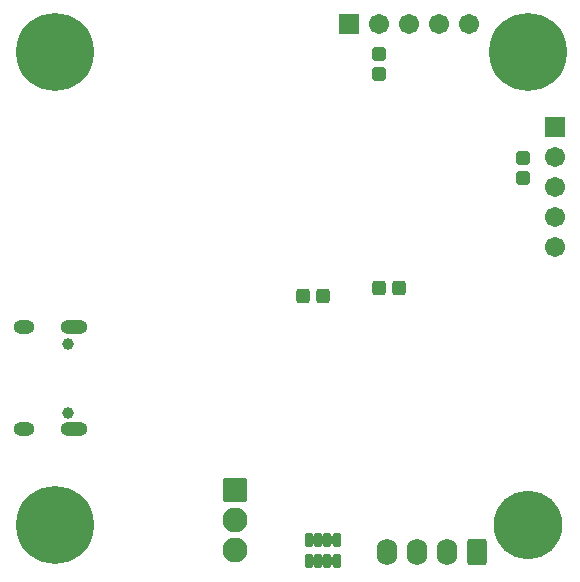
<source format=gbs>
G04*
G04 #@! TF.GenerationSoftware,Altium Limited,Altium Designer,20.2.7 (254)*
G04*
G04 Layer_Color=16711935*
%FSLAX25Y25*%
%MOIN*%
G70*
G04*
G04 #@! TF.SameCoordinates,FBE84B92-D195-4989-AC34-508FE9173FC9*
G04*
G04*
G04 #@! TF.FilePolarity,Negative*
G04*
G01*
G75*
G04:AMPARAMS|DCode=33|XSize=47.37mil|YSize=43.43mil|CornerRadius=8.43mil|HoleSize=0mil|Usage=FLASHONLY|Rotation=270.000|XOffset=0mil|YOffset=0mil|HoleType=Round|Shape=RoundedRectangle|*
%AMROUNDEDRECTD33*
21,1,0.04737,0.02657,0,0,270.0*
21,1,0.03051,0.04343,0,0,270.0*
1,1,0.01686,-0.01329,-0.01526*
1,1,0.01686,-0.01329,0.01526*
1,1,0.01686,0.01329,0.01526*
1,1,0.01686,0.01329,-0.01526*
%
%ADD33ROUNDEDRECTD33*%
G04:AMPARAMS|DCode=34|XSize=47.37mil|YSize=43.43mil|CornerRadius=8.43mil|HoleSize=0mil|Usage=FLASHONLY|Rotation=180.000|XOffset=0mil|YOffset=0mil|HoleType=Round|Shape=RoundedRectangle|*
%AMROUNDEDRECTD34*
21,1,0.04737,0.02657,0,0,180.0*
21,1,0.03051,0.04343,0,0,180.0*
1,1,0.01686,-0.01526,0.01329*
1,1,0.01686,0.01526,0.01329*
1,1,0.01686,0.01526,-0.01329*
1,1,0.01686,-0.01526,-0.01329*
%
%ADD34ROUNDEDRECTD34*%
%ADD48C,0.22847*%
%ADD49R,0.06706X0.06706*%
%ADD50C,0.06706*%
%ADD51R,0.06706X0.06706*%
%ADD52O,0.09068X0.04737*%
%ADD53O,0.07099X0.04737*%
%ADD54C,0.03950*%
%ADD55C,0.08300*%
G04:AMPARAMS|DCode=56|XSize=83mil|YSize=83mil|CornerRadius=13.38mil|HoleSize=0mil|Usage=FLASHONLY|Rotation=0.000|XOffset=0mil|YOffset=0mil|HoleType=Round|Shape=RoundedRectangle|*
%AMROUNDEDRECTD56*
21,1,0.08300,0.05625,0,0,0.0*
21,1,0.05625,0.08300,0,0,0.0*
1,1,0.02675,0.02813,-0.02813*
1,1,0.02675,-0.02813,-0.02813*
1,1,0.02675,-0.02813,0.02813*
1,1,0.02675,0.02813,0.02813*
%
%ADD56ROUNDEDRECTD56*%
%ADD57O,0.06800X0.08800*%
G04:AMPARAMS|DCode=58|XSize=68mil|YSize=88mil|CornerRadius=11.5mil|HoleSize=0mil|Usage=FLASHONLY|Rotation=180.000|XOffset=0mil|YOffset=0mil|HoleType=Round|Shape=RoundedRectangle|*
%AMROUNDEDRECTD58*
21,1,0.06800,0.06500,0,0,180.0*
21,1,0.04500,0.08800,0,0,180.0*
1,1,0.02300,-0.02250,0.03250*
1,1,0.02300,0.02250,0.03250*
1,1,0.02300,0.02250,-0.03250*
1,1,0.02300,-0.02250,-0.03250*
%
%ADD58ROUNDEDRECTD58*%
%ADD59C,0.25997*%
%ADD79R,0.09449X0.03150*%
G04:AMPARAMS|DCode=80|XSize=45.4mil|YSize=27.69mil|CornerRadius=6.46mil|HoleSize=0mil|Usage=FLASHONLY|Rotation=90.000|XOffset=0mil|YOffset=0mil|HoleType=Round|Shape=RoundedRectangle|*
%AMROUNDEDRECTD80*
21,1,0.04540,0.01476,0,0,90.0*
21,1,0.03248,0.02769,0,0,90.0*
1,1,0.01292,0.00738,0.01624*
1,1,0.01292,0.00738,-0.01624*
1,1,0.01292,-0.00738,-0.01624*
1,1,0.01292,-0.00738,0.01624*
%
%ADD80ROUNDEDRECTD80*%
D33*
X168110Y273228D02*
D03*
X161417D02*
D03*
X186683Y275781D02*
D03*
X193376D02*
D03*
D34*
X186614Y353740D02*
D03*
Y347047D02*
D03*
X234646Y319213D02*
D03*
Y312520D02*
D03*
D48*
X236221Y196850D02*
D03*
D49*
X245477Y329449D02*
D03*
D50*
Y319449D02*
D03*
Y309449D02*
D03*
Y299449D02*
D03*
Y289449D02*
D03*
X186850Y363779D02*
D03*
X196850D02*
D03*
X206850D02*
D03*
X216850D02*
D03*
D51*
X176850D02*
D03*
D52*
X84979Y262677D02*
D03*
Y228661D02*
D03*
D53*
X68522D02*
D03*
Y262677D02*
D03*
D54*
X82892Y234291D02*
D03*
Y257047D02*
D03*
D55*
X138583Y188425D02*
D03*
Y198425D02*
D03*
D56*
Y208425D02*
D03*
D57*
X199449Y187963D02*
D03*
X209449D02*
D03*
X189449D02*
D03*
D58*
X219449D02*
D03*
D59*
X236221Y354331D02*
D03*
X78740D02*
D03*
Y196850D02*
D03*
D79*
X167929Y184833D02*
D03*
Y191920D02*
D03*
D80*
X163205Y184833D02*
D03*
X166354D02*
D03*
X169504D02*
D03*
X172653D02*
D03*
Y191920D02*
D03*
X169504D02*
D03*
X166354D02*
D03*
X163205D02*
D03*
M02*

</source>
